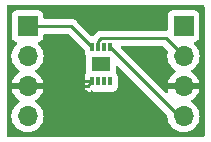
<source format=gbr>
%TF.GenerationSoftware,KiCad,Pcbnew,7.0.8-7.0.8~ubuntu20.04.1*%
%TF.CreationDate,2023-10-29T20:49:58+01:00*%
%TF.ProjectId,atecc_board,61746563-635f-4626-9f61-72642e6b6963,rev?*%
%TF.SameCoordinates,Original*%
%TF.FileFunction,Copper,L2,Bot*%
%TF.FilePolarity,Positive*%
%FSLAX46Y46*%
G04 Gerber Fmt 4.6, Leading zero omitted, Abs format (unit mm)*
G04 Created by KiCad (PCBNEW 7.0.8-7.0.8~ubuntu20.04.1) date 2023-10-29 20:49:58*
%MOMM*%
%LPD*%
G01*
G04 APERTURE LIST*
%TA.AperFunction,SMDPad,CuDef*%
%ADD10R,0.300000X0.750000*%
%TD*%
%TA.AperFunction,SMDPad,CuDef*%
%ADD11R,1.500000X1.300000*%
%TD*%
%TA.AperFunction,ComponentPad*%
%ADD12R,1.700000X1.700000*%
%TD*%
%TA.AperFunction,ComponentPad*%
%ADD13O,1.700000X1.700000*%
%TD*%
%TA.AperFunction,Conductor*%
%ADD14C,0.250000*%
%TD*%
G04 APERTURE END LIST*
D10*
%TO.P,U1,1,NC*%
%TO.N,unconnected-(U1-NC-Pad1)*%
X82671000Y-55481000D03*
%TO.P,U1,2,NC*%
%TO.N,unconnected-(U1-NC-Pad2)*%
X82171000Y-55481000D03*
%TO.P,U1,3,NC*%
%TO.N,unconnected-(U1-NC-Pad3)*%
X81671000Y-55481000D03*
%TO.P,U1,4,GND*%
%TO.N,GND*%
X81171000Y-55481000D03*
%TO.P,U1,5,SDA*%
%TO.N,SDA*%
X81171000Y-52581000D03*
%TO.P,U1,6,SCL*%
%TO.N,SCL*%
X81671000Y-52581000D03*
%TO.P,U1,7,NC*%
%TO.N,unconnected-(U1-NC-Pad7)*%
X82171000Y-52581000D03*
%TO.P,U1,8,VCC*%
%TO.N,VCC*%
X82671000Y-52581000D03*
D11*
%TO.P,U1,9,EP*%
%TO.N,unconnected-(U1-EP-Pad9)*%
X81921000Y-54031000D03*
%TD*%
D12*
%TO.P,J2,1,Pin_1*%
%TO.N,SDA*%
X88900000Y-50800000D03*
D13*
%TO.P,J2,2,Pin_2*%
%TO.N,SCL*%
X88900000Y-53340000D03*
%TO.P,J2,3,Pin_3*%
%TO.N,GND*%
X88900000Y-55880000D03*
%TO.P,J2,4,Pin_4*%
%TO.N,VCC*%
X88900000Y-58420000D03*
%TD*%
D12*
%TO.P,J1,1,Pin_1*%
%TO.N,SDA*%
X75692000Y-50800000D03*
D13*
%TO.P,J1,2,Pin_2*%
%TO.N,SCL*%
X75692000Y-53340000D03*
%TO.P,J1,3,Pin_3*%
%TO.N,GND*%
X75692000Y-55880000D03*
%TO.P,J1,4,Pin_4*%
%TO.N,VCC*%
X75692000Y-58420000D03*
%TD*%
D14*
%TO.N,GND*%
X81171000Y-55481000D02*
X80772000Y-55880000D01*
X80772000Y-55880000D02*
X75692000Y-55880000D01*
%TO.N,VCC*%
X82671000Y-52581000D02*
X88510000Y-58420000D01*
X88510000Y-58420000D02*
X88900000Y-58420000D01*
%TO.N,SCL*%
X81671000Y-52581000D02*
X81671000Y-52096380D01*
X81671000Y-52096380D02*
X81951380Y-51816000D01*
X81951380Y-51816000D02*
X87376000Y-51816000D01*
X87376000Y-51816000D02*
X88900000Y-53340000D01*
%TO.N,SDA*%
X81171000Y-52581000D02*
X79390000Y-50800000D01*
X79390000Y-50800000D02*
X75692000Y-50800000D01*
%TD*%
%TA.AperFunction,Conductor*%
%TO.N,GND*%
G36*
X87132587Y-52461185D02*
G01*
X87153229Y-52477819D01*
X87559762Y-52884352D01*
X87593247Y-52945675D01*
X87591856Y-53004126D01*
X87564938Y-53104586D01*
X87564936Y-53104596D01*
X87544341Y-53339999D01*
X87544341Y-53340000D01*
X87564936Y-53575403D01*
X87564938Y-53575413D01*
X87626094Y-53803655D01*
X87626096Y-53803659D01*
X87626097Y-53803663D01*
X87701838Y-53966089D01*
X87725965Y-54017830D01*
X87725967Y-54017834D01*
X87861501Y-54211395D01*
X87861506Y-54211402D01*
X88028597Y-54378493D01*
X88028603Y-54378498D01*
X88214594Y-54508730D01*
X88258219Y-54563307D01*
X88265413Y-54632805D01*
X88233890Y-54695160D01*
X88214595Y-54711880D01*
X88028922Y-54841890D01*
X88028920Y-54841891D01*
X87861891Y-55008920D01*
X87861886Y-55008926D01*
X87726400Y-55202420D01*
X87726399Y-55202422D01*
X87626570Y-55416507D01*
X87626567Y-55416513D01*
X87569364Y-55629999D01*
X87569364Y-55630000D01*
X88466314Y-55630000D01*
X88440507Y-55670156D01*
X88400000Y-55808111D01*
X88400000Y-55951889D01*
X88440507Y-56089844D01*
X88466314Y-56130000D01*
X87569364Y-56130000D01*
X87619708Y-56317887D01*
X87618045Y-56387737D01*
X87578883Y-56445600D01*
X87514654Y-56473104D01*
X87445752Y-56461518D01*
X87412252Y-56437662D01*
X85816481Y-54841891D01*
X83627772Y-52653181D01*
X83594287Y-52591858D01*
X83599271Y-52522166D01*
X83641143Y-52466233D01*
X83706607Y-52441816D01*
X83715453Y-52441500D01*
X87065548Y-52441500D01*
X87132587Y-52461185D01*
G37*
%TD.AperFunction*%
%TA.AperFunction,Conductor*%
G36*
X90621039Y-49041685D02*
G01*
X90666794Y-49094489D01*
X90678000Y-49146000D01*
X90678000Y-60074000D01*
X90658315Y-60141039D01*
X90605511Y-60186794D01*
X90554000Y-60198000D01*
X74038000Y-60198000D01*
X73970961Y-60178315D01*
X73925206Y-60125511D01*
X73914000Y-60074000D01*
X73914000Y-58420000D01*
X74336341Y-58420000D01*
X74356936Y-58655403D01*
X74356938Y-58655413D01*
X74418094Y-58883655D01*
X74418096Y-58883659D01*
X74418097Y-58883663D01*
X74517965Y-59097830D01*
X74517967Y-59097834D01*
X74626281Y-59252521D01*
X74653505Y-59291401D01*
X74820599Y-59458495D01*
X74917384Y-59526265D01*
X75014165Y-59594032D01*
X75014167Y-59594033D01*
X75014170Y-59594035D01*
X75228337Y-59693903D01*
X75456592Y-59755063D01*
X75644918Y-59771539D01*
X75691999Y-59775659D01*
X75692000Y-59775659D01*
X75692001Y-59775659D01*
X75731234Y-59772226D01*
X75927408Y-59755063D01*
X76155663Y-59693903D01*
X76369830Y-59594035D01*
X76563401Y-59458495D01*
X76730495Y-59291401D01*
X76866035Y-59097830D01*
X76965903Y-58883663D01*
X77027063Y-58655408D01*
X77047659Y-58420000D01*
X77047658Y-58419994D01*
X77041137Y-58345453D01*
X77027063Y-58184592D01*
X76965903Y-57956337D01*
X76866035Y-57742171D01*
X76730495Y-57548599D01*
X76730494Y-57548597D01*
X76563402Y-57381506D01*
X76563401Y-57381505D01*
X76377405Y-57251269D01*
X76333781Y-57196692D01*
X76326588Y-57127193D01*
X76358110Y-57064839D01*
X76377405Y-57048119D01*
X76563082Y-56918105D01*
X76730105Y-56751082D01*
X76865600Y-56557578D01*
X76965429Y-56343492D01*
X76965432Y-56343486D01*
X77022636Y-56130000D01*
X76125686Y-56130000D01*
X76151493Y-56089844D01*
X76192000Y-55951889D01*
X76192000Y-55808111D01*
X76151493Y-55670156D01*
X76125686Y-55630000D01*
X77022636Y-55630000D01*
X77022635Y-55629999D01*
X76965432Y-55416513D01*
X76965429Y-55416507D01*
X76865600Y-55202422D01*
X76865599Y-55202420D01*
X76730113Y-55008926D01*
X76730108Y-55008920D01*
X76563078Y-54841890D01*
X76377405Y-54711879D01*
X76333780Y-54657302D01*
X76326588Y-54587804D01*
X76358110Y-54525449D01*
X76377406Y-54508730D01*
X76563401Y-54378495D01*
X76730495Y-54211401D01*
X76866035Y-54017830D01*
X76965903Y-53803663D01*
X77027063Y-53575408D01*
X77047659Y-53340000D01*
X77027063Y-53104592D01*
X76965903Y-52876337D01*
X76866035Y-52662171D01*
X76859740Y-52653181D01*
X76730496Y-52468600D01*
X76703396Y-52441500D01*
X76608567Y-52346671D01*
X76575084Y-52285351D01*
X76580068Y-52215659D01*
X76621939Y-52159725D01*
X76652915Y-52142810D01*
X76784331Y-52093796D01*
X76899546Y-52007546D01*
X76985796Y-51892331D01*
X77036091Y-51757483D01*
X77042500Y-51697873D01*
X77042500Y-51549500D01*
X77062185Y-51482461D01*
X77114989Y-51436706D01*
X77166500Y-51425500D01*
X79079548Y-51425500D01*
X79146587Y-51445185D01*
X79167229Y-51461819D01*
X80484181Y-52778772D01*
X80517666Y-52840095D01*
X80520500Y-52866452D01*
X80520500Y-53003869D01*
X80520501Y-53003876D01*
X80526908Y-53063483D01*
X80577202Y-53198328D01*
X80577204Y-53198331D01*
X80645766Y-53289918D01*
X80670184Y-53355381D01*
X80670500Y-53364229D01*
X80670500Y-54698602D01*
X80650815Y-54765641D01*
X80645767Y-54772912D01*
X80577649Y-54863906D01*
X80577645Y-54863913D01*
X80527403Y-54998620D01*
X80527401Y-54998627D01*
X80521000Y-55058155D01*
X80521000Y-55331000D01*
X80896500Y-55331000D01*
X80963539Y-55350685D01*
X81009294Y-55403489D01*
X81020500Y-55454998D01*
X81020500Y-55506999D01*
X81000818Y-55574037D01*
X80948015Y-55619793D01*
X80896501Y-55631000D01*
X80521000Y-55631000D01*
X80521000Y-55903844D01*
X80527401Y-55963372D01*
X80527403Y-55963379D01*
X80577645Y-56098086D01*
X80577649Y-56098093D01*
X80663809Y-56213187D01*
X80663812Y-56213190D01*
X80778906Y-56299350D01*
X80778913Y-56299354D01*
X80913620Y-56349596D01*
X80913627Y-56349598D01*
X80973155Y-56355999D01*
X80973172Y-56356000D01*
X81021000Y-56356000D01*
X81021000Y-56354627D01*
X81040685Y-56287588D01*
X81093489Y-56241833D01*
X81162647Y-56231889D01*
X81219309Y-56255359D01*
X81271312Y-56294288D01*
X81307111Y-56342111D01*
X81321000Y-56356000D01*
X81368819Y-56356000D01*
X81368833Y-56355999D01*
X81405395Y-56352068D01*
X81431905Y-56352068D01*
X81473127Y-56356500D01*
X81868872Y-56356499D01*
X81868873Y-56356498D01*
X81868885Y-56356498D01*
X81907744Y-56352320D01*
X81934252Y-56352320D01*
X81973127Y-56356500D01*
X82368872Y-56356499D01*
X82368873Y-56356498D01*
X82368885Y-56356498D01*
X82407744Y-56352320D01*
X82434252Y-56352320D01*
X82473127Y-56356500D01*
X82868872Y-56356499D01*
X82928483Y-56350091D01*
X83063331Y-56299796D01*
X83178546Y-56213546D01*
X83264796Y-56098331D01*
X83315091Y-55963483D01*
X83321500Y-55903873D01*
X83321499Y-55058128D01*
X83315091Y-54998517D01*
X83287048Y-54923331D01*
X83264797Y-54863671D01*
X83264793Y-54863664D01*
X83196233Y-54772080D01*
X83171815Y-54706616D01*
X83171499Y-54697795D01*
X83171499Y-54265449D01*
X83191184Y-54198412D01*
X83243988Y-54152657D01*
X83313146Y-54142713D01*
X83376702Y-54171738D01*
X83383180Y-54177770D01*
X87509976Y-58304566D01*
X87543461Y-58365889D01*
X87545823Y-58403052D01*
X87544341Y-58419994D01*
X87544341Y-58420000D01*
X87564936Y-58655403D01*
X87564938Y-58655413D01*
X87626094Y-58883655D01*
X87626096Y-58883659D01*
X87626097Y-58883663D01*
X87725965Y-59097830D01*
X87725967Y-59097834D01*
X87834281Y-59252521D01*
X87861505Y-59291401D01*
X88028599Y-59458495D01*
X88125384Y-59526265D01*
X88222165Y-59594032D01*
X88222167Y-59594033D01*
X88222170Y-59594035D01*
X88436337Y-59693903D01*
X88664592Y-59755063D01*
X88852918Y-59771539D01*
X88899999Y-59775659D01*
X88900000Y-59775659D01*
X88900001Y-59775659D01*
X88939234Y-59772226D01*
X89135408Y-59755063D01*
X89363663Y-59693903D01*
X89577830Y-59594035D01*
X89771401Y-59458495D01*
X89938495Y-59291401D01*
X90074035Y-59097830D01*
X90173903Y-58883663D01*
X90235063Y-58655408D01*
X90255659Y-58420000D01*
X90255658Y-58419994D01*
X90249137Y-58345453D01*
X90235063Y-58184592D01*
X90173903Y-57956337D01*
X90074035Y-57742171D01*
X89938495Y-57548599D01*
X89938494Y-57548597D01*
X89771402Y-57381506D01*
X89771401Y-57381505D01*
X89585405Y-57251269D01*
X89541781Y-57196692D01*
X89534588Y-57127193D01*
X89566110Y-57064839D01*
X89585405Y-57048119D01*
X89771082Y-56918105D01*
X89938105Y-56751082D01*
X90073600Y-56557578D01*
X90173429Y-56343492D01*
X90173432Y-56343486D01*
X90230636Y-56130000D01*
X89333686Y-56130000D01*
X89359493Y-56089844D01*
X89400000Y-55951889D01*
X89400000Y-55808111D01*
X89359493Y-55670156D01*
X89333686Y-55630000D01*
X90230636Y-55630000D01*
X90230635Y-55629999D01*
X90173432Y-55416513D01*
X90173429Y-55416507D01*
X90073600Y-55202422D01*
X90073599Y-55202420D01*
X89938113Y-55008926D01*
X89938108Y-55008920D01*
X89771078Y-54841890D01*
X89585405Y-54711879D01*
X89541780Y-54657302D01*
X89534588Y-54587804D01*
X89566110Y-54525449D01*
X89585406Y-54508730D01*
X89771401Y-54378495D01*
X89938495Y-54211401D01*
X90074035Y-54017830D01*
X90173903Y-53803663D01*
X90235063Y-53575408D01*
X90255659Y-53340000D01*
X90235063Y-53104592D01*
X90173903Y-52876337D01*
X90074035Y-52662171D01*
X90067740Y-52653181D01*
X89938496Y-52468600D01*
X89911396Y-52441500D01*
X89816567Y-52346671D01*
X89783084Y-52285351D01*
X89788068Y-52215659D01*
X89829939Y-52159725D01*
X89860915Y-52142810D01*
X89992331Y-52093796D01*
X90107546Y-52007546D01*
X90193796Y-51892331D01*
X90244091Y-51757483D01*
X90250500Y-51697873D01*
X90250499Y-49902128D01*
X90244091Y-49842517D01*
X90193796Y-49707669D01*
X90193795Y-49707668D01*
X90193793Y-49707664D01*
X90107547Y-49592455D01*
X90107544Y-49592452D01*
X89992335Y-49506206D01*
X89992328Y-49506202D01*
X89857482Y-49455908D01*
X89857483Y-49455908D01*
X89797883Y-49449501D01*
X89797881Y-49449500D01*
X89797873Y-49449500D01*
X89797864Y-49449500D01*
X88002129Y-49449500D01*
X88002123Y-49449501D01*
X87942516Y-49455908D01*
X87807671Y-49506202D01*
X87807664Y-49506206D01*
X87692455Y-49592452D01*
X87692452Y-49592455D01*
X87606206Y-49707664D01*
X87606202Y-49707671D01*
X87555908Y-49842517D01*
X87549501Y-49902116D01*
X87549501Y-49902123D01*
X87549500Y-49902135D01*
X87549500Y-51064997D01*
X87529815Y-51132036D01*
X87477011Y-51177791D01*
X87407853Y-51187735D01*
X87406106Y-51187471D01*
X87395806Y-51185840D01*
X87395804Y-51185840D01*
X87349416Y-51190225D01*
X87343578Y-51190500D01*
X82034117Y-51190500D01*
X82018500Y-51188776D01*
X82018473Y-51189062D01*
X82010711Y-51188327D01*
X81941583Y-51190500D01*
X81912030Y-51190500D01*
X81911309Y-51190590D01*
X81905137Y-51191369D01*
X81899325Y-51191826D01*
X81852753Y-51193290D01*
X81852752Y-51193290D01*
X81833509Y-51198881D01*
X81814459Y-51202825D01*
X81794591Y-51205334D01*
X81794589Y-51205335D01*
X81751264Y-51222488D01*
X81745737Y-51224380D01*
X81700990Y-51237381D01*
X81700989Y-51237382D01*
X81683747Y-51247579D01*
X81666279Y-51256137D01*
X81647649Y-51263513D01*
X81647647Y-51263514D01*
X81609956Y-51290898D01*
X81605074Y-51294105D01*
X81564959Y-51317830D01*
X81550788Y-51332000D01*
X81536003Y-51344628D01*
X81519792Y-51356407D01*
X81490089Y-51392310D01*
X81486157Y-51396631D01*
X81287208Y-51595579D01*
X81274951Y-51605400D01*
X81275134Y-51605621D01*
X81269124Y-51610593D01*
X81267632Y-51612182D01*
X81266155Y-51613049D01*
X81263116Y-51615564D01*
X81262710Y-51615073D01*
X81207388Y-51647572D01*
X81137575Y-51644775D01*
X81089564Y-51614973D01*
X79890803Y-50416212D01*
X79880980Y-50403950D01*
X79880759Y-50404134D01*
X79875786Y-50398123D01*
X79825364Y-50350773D01*
X79814919Y-50340328D01*
X79804475Y-50329883D01*
X79798986Y-50325625D01*
X79794561Y-50321847D01*
X79760582Y-50289938D01*
X79760580Y-50289936D01*
X79760577Y-50289935D01*
X79743029Y-50280288D01*
X79726763Y-50269604D01*
X79710933Y-50257325D01*
X79668168Y-50238818D01*
X79662922Y-50236248D01*
X79622093Y-50213803D01*
X79622092Y-50213802D01*
X79602693Y-50208822D01*
X79584281Y-50202518D01*
X79565898Y-50194562D01*
X79565892Y-50194560D01*
X79519874Y-50187272D01*
X79514152Y-50186087D01*
X79469021Y-50174500D01*
X79469019Y-50174500D01*
X79448984Y-50174500D01*
X79429586Y-50172973D01*
X79422162Y-50171797D01*
X79409805Y-50169840D01*
X79409804Y-50169840D01*
X79363416Y-50174225D01*
X79357578Y-50174500D01*
X77166499Y-50174500D01*
X77099460Y-50154815D01*
X77053705Y-50102011D01*
X77042499Y-50050500D01*
X77042499Y-49902129D01*
X77042498Y-49902123D01*
X77042497Y-49902116D01*
X77036091Y-49842517D01*
X76985796Y-49707669D01*
X76985795Y-49707668D01*
X76985793Y-49707664D01*
X76899547Y-49592455D01*
X76899544Y-49592452D01*
X76784335Y-49506206D01*
X76784328Y-49506202D01*
X76649482Y-49455908D01*
X76649483Y-49455908D01*
X76589883Y-49449501D01*
X76589881Y-49449500D01*
X76589873Y-49449500D01*
X76589864Y-49449500D01*
X74794129Y-49449500D01*
X74794123Y-49449501D01*
X74734516Y-49455908D01*
X74599671Y-49506202D01*
X74599664Y-49506206D01*
X74484455Y-49592452D01*
X74484452Y-49592455D01*
X74398206Y-49707664D01*
X74398202Y-49707671D01*
X74347908Y-49842517D01*
X74341501Y-49902116D01*
X74341501Y-49902123D01*
X74341500Y-49902135D01*
X74341500Y-51697870D01*
X74341501Y-51697876D01*
X74347908Y-51757483D01*
X74398202Y-51892328D01*
X74398206Y-51892335D01*
X74484452Y-52007544D01*
X74484455Y-52007547D01*
X74599664Y-52093793D01*
X74599671Y-52093797D01*
X74731081Y-52142810D01*
X74787015Y-52184681D01*
X74811432Y-52250145D01*
X74796580Y-52318418D01*
X74775430Y-52346673D01*
X74653503Y-52468600D01*
X74517965Y-52662169D01*
X74517964Y-52662171D01*
X74434997Y-52840095D01*
X74422707Y-52866452D01*
X74418098Y-52876335D01*
X74418094Y-52876344D01*
X74356938Y-53104586D01*
X74356936Y-53104596D01*
X74336341Y-53339999D01*
X74336341Y-53340000D01*
X74356936Y-53575403D01*
X74356938Y-53575413D01*
X74418094Y-53803655D01*
X74418096Y-53803659D01*
X74418097Y-53803663D01*
X74493838Y-53966089D01*
X74517965Y-54017830D01*
X74517967Y-54017834D01*
X74653501Y-54211395D01*
X74653506Y-54211402D01*
X74820597Y-54378493D01*
X74820603Y-54378498D01*
X75006594Y-54508730D01*
X75050219Y-54563307D01*
X75057413Y-54632805D01*
X75025890Y-54695160D01*
X75006595Y-54711880D01*
X74820922Y-54841890D01*
X74820920Y-54841891D01*
X74653891Y-55008920D01*
X74653886Y-55008926D01*
X74518400Y-55202420D01*
X74518399Y-55202422D01*
X74418570Y-55416507D01*
X74418567Y-55416513D01*
X74361364Y-55629999D01*
X74361364Y-55630000D01*
X75258314Y-55630000D01*
X75232507Y-55670156D01*
X75192000Y-55808111D01*
X75192000Y-55951889D01*
X75232507Y-56089844D01*
X75258314Y-56130000D01*
X74361364Y-56130000D01*
X74418567Y-56343486D01*
X74418570Y-56343492D01*
X74518399Y-56557578D01*
X74653894Y-56751082D01*
X74820917Y-56918105D01*
X75006595Y-57048119D01*
X75050219Y-57102696D01*
X75057412Y-57172195D01*
X75025890Y-57234549D01*
X75006595Y-57251269D01*
X74820594Y-57381508D01*
X74653505Y-57548597D01*
X74517965Y-57742169D01*
X74517964Y-57742171D01*
X74418098Y-57956335D01*
X74418094Y-57956344D01*
X74356938Y-58184586D01*
X74356936Y-58184596D01*
X74336341Y-58419999D01*
X74336341Y-58420000D01*
X73914000Y-58420000D01*
X73914000Y-49146000D01*
X73933685Y-49078961D01*
X73986489Y-49033206D01*
X74038000Y-49022000D01*
X90554000Y-49022000D01*
X90621039Y-49041685D01*
G37*
%TD.AperFunction*%
%TD*%
M02*

</source>
